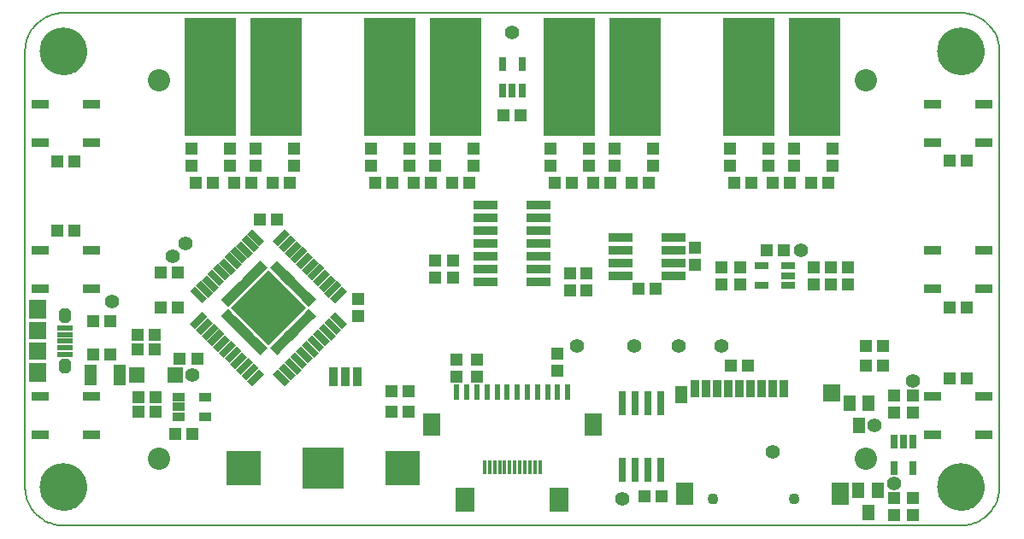
<source format=gts>
G75*
%MOIN*%
%OFA0B0*%
%FSLAX24Y24*%
%IPPOS*%
%LPD*%
%AMOC8*
5,1,8,0,0,1.08239X$1,22.5*
%
%ADD10C,0.0050*%
%ADD11C,0.0000*%
%ADD12C,0.1852*%
%ADD13R,0.0356X0.0749*%
%ADD14R,0.0474X0.0789*%
%ADD15R,0.0552X0.0297*%
%ADD16R,0.0480X0.0450*%
%ADD17R,0.0297X0.0552*%
%ADD18R,0.0450X0.0480*%
%ADD19R,0.0950X0.0320*%
%ADD20R,0.2049X0.4647*%
%ADD21R,0.0680X0.0380*%
%ADD22C,0.0867*%
%ADD23R,0.0631X0.0631*%
%ADD24R,0.0611X0.0237*%
%ADD25C,0.0341*%
%ADD26R,0.0690X0.0728*%
%ADD27R,0.0690X0.0671*%
%ADD28C,0.0556*%
%ADD29R,0.1640X0.1640*%
%ADD30R,0.1330X0.1330*%
%ADD31R,0.0316X0.0946*%
%ADD32R,0.0395X0.0198*%
%ADD33R,0.2080X0.2080*%
%ADD34R,0.0380X0.0680*%
%ADD35R,0.0480X0.0680*%
%ADD36R,0.0680X0.0880*%
%ADD37R,0.0680X0.0680*%
%ADD38C,0.0430*%
%ADD39R,0.0470X0.0352*%
%ADD40R,0.0474X0.0631*%
%ADD41R,0.0198X0.0592*%
%ADD42R,0.0709X0.0866*%
%ADD43R,0.0671X0.0277*%
%ADD44R,0.0277X0.0671*%
%ADD45R,0.0157X0.0551*%
%ADD46R,0.0748X0.0925*%
D10*
X017760Y016393D02*
X052760Y016393D01*
X052836Y016395D01*
X052912Y016401D01*
X052987Y016410D01*
X053062Y016424D01*
X053136Y016441D01*
X053209Y016462D01*
X053281Y016486D01*
X053352Y016515D01*
X053421Y016546D01*
X053488Y016581D01*
X053553Y016620D01*
X053617Y016662D01*
X053678Y016707D01*
X053737Y016755D01*
X053793Y016806D01*
X053847Y016860D01*
X053898Y016916D01*
X053946Y016975D01*
X053991Y017036D01*
X054033Y017100D01*
X054072Y017165D01*
X054107Y017232D01*
X054138Y017301D01*
X054167Y017372D01*
X054191Y017444D01*
X054212Y017517D01*
X054229Y017591D01*
X054243Y017666D01*
X054252Y017741D01*
X054258Y017817D01*
X054260Y017893D01*
X054260Y034893D01*
X054258Y034969D01*
X054252Y035045D01*
X054243Y035120D01*
X054229Y035195D01*
X054212Y035269D01*
X054191Y035342D01*
X054167Y035414D01*
X054138Y035485D01*
X054107Y035554D01*
X054072Y035621D01*
X054033Y035686D01*
X053991Y035750D01*
X053946Y035811D01*
X053898Y035870D01*
X053847Y035926D01*
X053793Y035980D01*
X053737Y036031D01*
X053678Y036079D01*
X053617Y036124D01*
X053553Y036166D01*
X053488Y036205D01*
X053421Y036240D01*
X053352Y036271D01*
X053281Y036300D01*
X053209Y036324D01*
X053136Y036345D01*
X053062Y036362D01*
X052987Y036376D01*
X052912Y036385D01*
X052836Y036391D01*
X052760Y036393D01*
X017760Y036393D01*
X017684Y036391D01*
X017608Y036385D01*
X017533Y036376D01*
X017458Y036362D01*
X017384Y036345D01*
X017311Y036324D01*
X017239Y036300D01*
X017168Y036271D01*
X017099Y036240D01*
X017032Y036205D01*
X016967Y036166D01*
X016903Y036124D01*
X016842Y036079D01*
X016783Y036031D01*
X016727Y035980D01*
X016673Y035926D01*
X016622Y035870D01*
X016574Y035811D01*
X016529Y035750D01*
X016487Y035686D01*
X016448Y035621D01*
X016413Y035554D01*
X016382Y035485D01*
X016353Y035414D01*
X016329Y035342D01*
X016308Y035269D01*
X016291Y035195D01*
X016277Y035120D01*
X016268Y035045D01*
X016262Y034969D01*
X016260Y034893D01*
X016260Y017893D01*
X016262Y017817D01*
X016268Y017741D01*
X016277Y017666D01*
X016291Y017591D01*
X016308Y017517D01*
X016329Y017444D01*
X016353Y017372D01*
X016382Y017301D01*
X016413Y017232D01*
X016448Y017165D01*
X016487Y017100D01*
X016529Y017036D01*
X016574Y016975D01*
X016622Y016916D01*
X016673Y016860D01*
X016727Y016806D01*
X016783Y016755D01*
X016842Y016707D01*
X016903Y016662D01*
X016967Y016620D01*
X017032Y016581D01*
X017099Y016546D01*
X017168Y016515D01*
X017239Y016486D01*
X017311Y016462D01*
X017384Y016441D01*
X017458Y016424D01*
X017533Y016410D01*
X017608Y016401D01*
X017684Y016395D01*
X017760Y016393D01*
D11*
X016874Y017893D02*
X016876Y017952D01*
X016882Y018011D01*
X016892Y018069D01*
X016905Y018127D01*
X016923Y018184D01*
X016944Y018239D01*
X016969Y018293D01*
X016998Y018345D01*
X017030Y018394D01*
X017065Y018442D01*
X017103Y018487D01*
X017144Y018530D01*
X017188Y018570D01*
X017234Y018606D01*
X017283Y018640D01*
X017334Y018670D01*
X017387Y018697D01*
X017442Y018720D01*
X017497Y018739D01*
X017555Y018755D01*
X017613Y018767D01*
X017671Y018775D01*
X017730Y018779D01*
X017790Y018779D01*
X017849Y018775D01*
X017907Y018767D01*
X017965Y018755D01*
X018023Y018739D01*
X018078Y018720D01*
X018133Y018697D01*
X018186Y018670D01*
X018237Y018640D01*
X018286Y018606D01*
X018332Y018570D01*
X018376Y018530D01*
X018417Y018487D01*
X018455Y018442D01*
X018490Y018394D01*
X018522Y018345D01*
X018551Y018293D01*
X018576Y018239D01*
X018597Y018184D01*
X018615Y018127D01*
X018628Y018069D01*
X018638Y018011D01*
X018644Y017952D01*
X018646Y017893D01*
X018644Y017834D01*
X018638Y017775D01*
X018628Y017717D01*
X018615Y017659D01*
X018597Y017602D01*
X018576Y017547D01*
X018551Y017493D01*
X018522Y017441D01*
X018490Y017392D01*
X018455Y017344D01*
X018417Y017299D01*
X018376Y017256D01*
X018332Y017216D01*
X018286Y017180D01*
X018237Y017146D01*
X018186Y017116D01*
X018133Y017089D01*
X018078Y017066D01*
X018023Y017047D01*
X017965Y017031D01*
X017907Y017019D01*
X017849Y017011D01*
X017790Y017007D01*
X017730Y017007D01*
X017671Y017011D01*
X017613Y017019D01*
X017555Y017031D01*
X017497Y017047D01*
X017442Y017066D01*
X017387Y017089D01*
X017334Y017116D01*
X017283Y017146D01*
X017234Y017180D01*
X017188Y017216D01*
X017144Y017256D01*
X017103Y017299D01*
X017065Y017344D01*
X017030Y017392D01*
X016998Y017441D01*
X016969Y017493D01*
X016944Y017547D01*
X016923Y017602D01*
X016905Y017659D01*
X016892Y017717D01*
X016882Y017775D01*
X016876Y017834D01*
X016874Y017893D01*
X021086Y019011D02*
X021088Y019050D01*
X021094Y019089D01*
X021104Y019127D01*
X021117Y019164D01*
X021134Y019199D01*
X021154Y019233D01*
X021178Y019264D01*
X021205Y019293D01*
X021234Y019319D01*
X021266Y019342D01*
X021300Y019362D01*
X021336Y019378D01*
X021373Y019390D01*
X021412Y019399D01*
X021451Y019404D01*
X021490Y019405D01*
X021529Y019402D01*
X021568Y019395D01*
X021605Y019384D01*
X021642Y019370D01*
X021677Y019352D01*
X021710Y019331D01*
X021741Y019306D01*
X021769Y019279D01*
X021794Y019249D01*
X021816Y019216D01*
X021835Y019182D01*
X021850Y019146D01*
X021862Y019108D01*
X021870Y019070D01*
X021874Y019031D01*
X021874Y018991D01*
X021870Y018952D01*
X021862Y018914D01*
X021850Y018876D01*
X021835Y018840D01*
X021816Y018806D01*
X021794Y018773D01*
X021769Y018743D01*
X021741Y018716D01*
X021710Y018691D01*
X021677Y018670D01*
X021642Y018652D01*
X021605Y018638D01*
X021568Y018627D01*
X021529Y018620D01*
X021490Y018617D01*
X021451Y018618D01*
X021412Y018623D01*
X021373Y018632D01*
X021336Y018644D01*
X021300Y018660D01*
X021266Y018680D01*
X021234Y018703D01*
X021205Y018729D01*
X021178Y018758D01*
X021154Y018789D01*
X021134Y018823D01*
X021117Y018858D01*
X021104Y018895D01*
X021094Y018933D01*
X021088Y018972D01*
X021086Y019011D01*
X021086Y033775D02*
X021088Y033814D01*
X021094Y033853D01*
X021104Y033891D01*
X021117Y033928D01*
X021134Y033963D01*
X021154Y033997D01*
X021178Y034028D01*
X021205Y034057D01*
X021234Y034083D01*
X021266Y034106D01*
X021300Y034126D01*
X021336Y034142D01*
X021373Y034154D01*
X021412Y034163D01*
X021451Y034168D01*
X021490Y034169D01*
X021529Y034166D01*
X021568Y034159D01*
X021605Y034148D01*
X021642Y034134D01*
X021677Y034116D01*
X021710Y034095D01*
X021741Y034070D01*
X021769Y034043D01*
X021794Y034013D01*
X021816Y033980D01*
X021835Y033946D01*
X021850Y033910D01*
X021862Y033872D01*
X021870Y033834D01*
X021874Y033795D01*
X021874Y033755D01*
X021870Y033716D01*
X021862Y033678D01*
X021850Y033640D01*
X021835Y033604D01*
X021816Y033570D01*
X021794Y033537D01*
X021769Y033507D01*
X021741Y033480D01*
X021710Y033455D01*
X021677Y033434D01*
X021642Y033416D01*
X021605Y033402D01*
X021568Y033391D01*
X021529Y033384D01*
X021490Y033381D01*
X021451Y033382D01*
X021412Y033387D01*
X021373Y033396D01*
X021336Y033408D01*
X021300Y033424D01*
X021266Y033444D01*
X021234Y033467D01*
X021205Y033493D01*
X021178Y033522D01*
X021154Y033553D01*
X021134Y033587D01*
X021117Y033622D01*
X021104Y033659D01*
X021094Y033697D01*
X021088Y033736D01*
X021086Y033775D01*
X016874Y034893D02*
X016876Y034952D01*
X016882Y035011D01*
X016892Y035069D01*
X016905Y035127D01*
X016923Y035184D01*
X016944Y035239D01*
X016969Y035293D01*
X016998Y035345D01*
X017030Y035394D01*
X017065Y035442D01*
X017103Y035487D01*
X017144Y035530D01*
X017188Y035570D01*
X017234Y035606D01*
X017283Y035640D01*
X017334Y035670D01*
X017387Y035697D01*
X017442Y035720D01*
X017497Y035739D01*
X017555Y035755D01*
X017613Y035767D01*
X017671Y035775D01*
X017730Y035779D01*
X017790Y035779D01*
X017849Y035775D01*
X017907Y035767D01*
X017965Y035755D01*
X018023Y035739D01*
X018078Y035720D01*
X018133Y035697D01*
X018186Y035670D01*
X018237Y035640D01*
X018286Y035606D01*
X018332Y035570D01*
X018376Y035530D01*
X018417Y035487D01*
X018455Y035442D01*
X018490Y035394D01*
X018522Y035345D01*
X018551Y035293D01*
X018576Y035239D01*
X018597Y035184D01*
X018615Y035127D01*
X018628Y035069D01*
X018638Y035011D01*
X018644Y034952D01*
X018646Y034893D01*
X018644Y034834D01*
X018638Y034775D01*
X018628Y034717D01*
X018615Y034659D01*
X018597Y034602D01*
X018576Y034547D01*
X018551Y034493D01*
X018522Y034441D01*
X018490Y034392D01*
X018455Y034344D01*
X018417Y034299D01*
X018376Y034256D01*
X018332Y034216D01*
X018286Y034180D01*
X018237Y034146D01*
X018186Y034116D01*
X018133Y034089D01*
X018078Y034066D01*
X018023Y034047D01*
X017965Y034031D01*
X017907Y034019D01*
X017849Y034011D01*
X017790Y034007D01*
X017730Y034007D01*
X017671Y034011D01*
X017613Y034019D01*
X017555Y034031D01*
X017497Y034047D01*
X017442Y034066D01*
X017387Y034089D01*
X017334Y034116D01*
X017283Y034146D01*
X017234Y034180D01*
X017188Y034216D01*
X017144Y034256D01*
X017103Y034299D01*
X017065Y034344D01*
X017030Y034392D01*
X016998Y034441D01*
X016969Y034493D01*
X016944Y034547D01*
X016923Y034602D01*
X016905Y034659D01*
X016892Y034717D01*
X016882Y034775D01*
X016876Y034834D01*
X016874Y034893D01*
X042911Y017435D02*
X042913Y017461D01*
X042919Y017487D01*
X042928Y017511D01*
X042941Y017534D01*
X042958Y017554D01*
X042977Y017572D01*
X042999Y017587D01*
X043022Y017598D01*
X043047Y017606D01*
X043073Y017610D01*
X043099Y017610D01*
X043125Y017606D01*
X043150Y017598D01*
X043174Y017587D01*
X043195Y017572D01*
X043214Y017554D01*
X043231Y017534D01*
X043244Y017511D01*
X043253Y017487D01*
X043259Y017461D01*
X043261Y017435D01*
X043259Y017409D01*
X043253Y017383D01*
X043244Y017359D01*
X043231Y017336D01*
X043214Y017316D01*
X043195Y017298D01*
X043173Y017283D01*
X043150Y017272D01*
X043125Y017264D01*
X043099Y017260D01*
X043073Y017260D01*
X043047Y017264D01*
X043022Y017272D01*
X042998Y017283D01*
X042977Y017298D01*
X042958Y017316D01*
X042941Y017336D01*
X042928Y017359D01*
X042919Y017383D01*
X042913Y017409D01*
X042911Y017435D01*
X046060Y017435D02*
X046062Y017461D01*
X046068Y017487D01*
X046077Y017511D01*
X046090Y017534D01*
X046107Y017554D01*
X046126Y017572D01*
X046148Y017587D01*
X046171Y017598D01*
X046196Y017606D01*
X046222Y017610D01*
X046248Y017610D01*
X046274Y017606D01*
X046299Y017598D01*
X046323Y017587D01*
X046344Y017572D01*
X046363Y017554D01*
X046380Y017534D01*
X046393Y017511D01*
X046402Y017487D01*
X046408Y017461D01*
X046410Y017435D01*
X046408Y017409D01*
X046402Y017383D01*
X046393Y017359D01*
X046380Y017336D01*
X046363Y017316D01*
X046344Y017298D01*
X046322Y017283D01*
X046299Y017272D01*
X046274Y017264D01*
X046248Y017260D01*
X046222Y017260D01*
X046196Y017264D01*
X046171Y017272D01*
X046147Y017283D01*
X046126Y017298D01*
X046107Y017316D01*
X046090Y017336D01*
X046077Y017359D01*
X046068Y017383D01*
X046062Y017409D01*
X046060Y017435D01*
X048645Y019011D02*
X048647Y019050D01*
X048653Y019089D01*
X048663Y019127D01*
X048676Y019164D01*
X048693Y019199D01*
X048713Y019233D01*
X048737Y019264D01*
X048764Y019293D01*
X048793Y019319D01*
X048825Y019342D01*
X048859Y019362D01*
X048895Y019378D01*
X048932Y019390D01*
X048971Y019399D01*
X049010Y019404D01*
X049049Y019405D01*
X049088Y019402D01*
X049127Y019395D01*
X049164Y019384D01*
X049201Y019370D01*
X049236Y019352D01*
X049269Y019331D01*
X049300Y019306D01*
X049328Y019279D01*
X049353Y019249D01*
X049375Y019216D01*
X049394Y019182D01*
X049409Y019146D01*
X049421Y019108D01*
X049429Y019070D01*
X049433Y019031D01*
X049433Y018991D01*
X049429Y018952D01*
X049421Y018914D01*
X049409Y018876D01*
X049394Y018840D01*
X049375Y018806D01*
X049353Y018773D01*
X049328Y018743D01*
X049300Y018716D01*
X049269Y018691D01*
X049236Y018670D01*
X049201Y018652D01*
X049164Y018638D01*
X049127Y018627D01*
X049088Y018620D01*
X049049Y018617D01*
X049010Y018618D01*
X048971Y018623D01*
X048932Y018632D01*
X048895Y018644D01*
X048859Y018660D01*
X048825Y018680D01*
X048793Y018703D01*
X048764Y018729D01*
X048737Y018758D01*
X048713Y018789D01*
X048693Y018823D01*
X048676Y018858D01*
X048663Y018895D01*
X048653Y018933D01*
X048647Y018972D01*
X048645Y019011D01*
X051874Y017893D02*
X051876Y017952D01*
X051882Y018011D01*
X051892Y018069D01*
X051905Y018127D01*
X051923Y018184D01*
X051944Y018239D01*
X051969Y018293D01*
X051998Y018345D01*
X052030Y018394D01*
X052065Y018442D01*
X052103Y018487D01*
X052144Y018530D01*
X052188Y018570D01*
X052234Y018606D01*
X052283Y018640D01*
X052334Y018670D01*
X052387Y018697D01*
X052442Y018720D01*
X052497Y018739D01*
X052555Y018755D01*
X052613Y018767D01*
X052671Y018775D01*
X052730Y018779D01*
X052790Y018779D01*
X052849Y018775D01*
X052907Y018767D01*
X052965Y018755D01*
X053023Y018739D01*
X053078Y018720D01*
X053133Y018697D01*
X053186Y018670D01*
X053237Y018640D01*
X053286Y018606D01*
X053332Y018570D01*
X053376Y018530D01*
X053417Y018487D01*
X053455Y018442D01*
X053490Y018394D01*
X053522Y018345D01*
X053551Y018293D01*
X053576Y018239D01*
X053597Y018184D01*
X053615Y018127D01*
X053628Y018069D01*
X053638Y018011D01*
X053644Y017952D01*
X053646Y017893D01*
X053644Y017834D01*
X053638Y017775D01*
X053628Y017717D01*
X053615Y017659D01*
X053597Y017602D01*
X053576Y017547D01*
X053551Y017493D01*
X053522Y017441D01*
X053490Y017392D01*
X053455Y017344D01*
X053417Y017299D01*
X053376Y017256D01*
X053332Y017216D01*
X053286Y017180D01*
X053237Y017146D01*
X053186Y017116D01*
X053133Y017089D01*
X053078Y017066D01*
X053023Y017047D01*
X052965Y017031D01*
X052907Y017019D01*
X052849Y017011D01*
X052790Y017007D01*
X052730Y017007D01*
X052671Y017011D01*
X052613Y017019D01*
X052555Y017031D01*
X052497Y017047D01*
X052442Y017066D01*
X052387Y017089D01*
X052334Y017116D01*
X052283Y017146D01*
X052234Y017180D01*
X052188Y017216D01*
X052144Y017256D01*
X052103Y017299D01*
X052065Y017344D01*
X052030Y017392D01*
X051998Y017441D01*
X051969Y017493D01*
X051944Y017547D01*
X051923Y017602D01*
X051905Y017659D01*
X051892Y017717D01*
X051882Y017775D01*
X051876Y017834D01*
X051874Y017893D01*
X048645Y033775D02*
X048647Y033814D01*
X048653Y033853D01*
X048663Y033891D01*
X048676Y033928D01*
X048693Y033963D01*
X048713Y033997D01*
X048737Y034028D01*
X048764Y034057D01*
X048793Y034083D01*
X048825Y034106D01*
X048859Y034126D01*
X048895Y034142D01*
X048932Y034154D01*
X048971Y034163D01*
X049010Y034168D01*
X049049Y034169D01*
X049088Y034166D01*
X049127Y034159D01*
X049164Y034148D01*
X049201Y034134D01*
X049236Y034116D01*
X049269Y034095D01*
X049300Y034070D01*
X049328Y034043D01*
X049353Y034013D01*
X049375Y033980D01*
X049394Y033946D01*
X049409Y033910D01*
X049421Y033872D01*
X049429Y033834D01*
X049433Y033795D01*
X049433Y033755D01*
X049429Y033716D01*
X049421Y033678D01*
X049409Y033640D01*
X049394Y033604D01*
X049375Y033570D01*
X049353Y033537D01*
X049328Y033507D01*
X049300Y033480D01*
X049269Y033455D01*
X049236Y033434D01*
X049201Y033416D01*
X049164Y033402D01*
X049127Y033391D01*
X049088Y033384D01*
X049049Y033381D01*
X049010Y033382D01*
X048971Y033387D01*
X048932Y033396D01*
X048895Y033408D01*
X048859Y033424D01*
X048825Y033444D01*
X048793Y033467D01*
X048764Y033493D01*
X048737Y033522D01*
X048713Y033553D01*
X048693Y033587D01*
X048676Y033622D01*
X048663Y033659D01*
X048653Y033697D01*
X048647Y033736D01*
X048645Y033775D01*
X051874Y034893D02*
X051876Y034952D01*
X051882Y035011D01*
X051892Y035069D01*
X051905Y035127D01*
X051923Y035184D01*
X051944Y035239D01*
X051969Y035293D01*
X051998Y035345D01*
X052030Y035394D01*
X052065Y035442D01*
X052103Y035487D01*
X052144Y035530D01*
X052188Y035570D01*
X052234Y035606D01*
X052283Y035640D01*
X052334Y035670D01*
X052387Y035697D01*
X052442Y035720D01*
X052497Y035739D01*
X052555Y035755D01*
X052613Y035767D01*
X052671Y035775D01*
X052730Y035779D01*
X052790Y035779D01*
X052849Y035775D01*
X052907Y035767D01*
X052965Y035755D01*
X053023Y035739D01*
X053078Y035720D01*
X053133Y035697D01*
X053186Y035670D01*
X053237Y035640D01*
X053286Y035606D01*
X053332Y035570D01*
X053376Y035530D01*
X053417Y035487D01*
X053455Y035442D01*
X053490Y035394D01*
X053522Y035345D01*
X053551Y035293D01*
X053576Y035239D01*
X053597Y035184D01*
X053615Y035127D01*
X053628Y035069D01*
X053638Y035011D01*
X053644Y034952D01*
X053646Y034893D01*
X053644Y034834D01*
X053638Y034775D01*
X053628Y034717D01*
X053615Y034659D01*
X053597Y034602D01*
X053576Y034547D01*
X053551Y034493D01*
X053522Y034441D01*
X053490Y034392D01*
X053455Y034344D01*
X053417Y034299D01*
X053376Y034256D01*
X053332Y034216D01*
X053286Y034180D01*
X053237Y034146D01*
X053186Y034116D01*
X053133Y034089D01*
X053078Y034066D01*
X053023Y034047D01*
X052965Y034031D01*
X052907Y034019D01*
X052849Y034011D01*
X052790Y034007D01*
X052730Y034007D01*
X052671Y034011D01*
X052613Y034019D01*
X052555Y034031D01*
X052497Y034047D01*
X052442Y034066D01*
X052387Y034089D01*
X052334Y034116D01*
X052283Y034146D01*
X052234Y034180D01*
X052188Y034216D01*
X052144Y034256D01*
X052103Y034299D01*
X052065Y034344D01*
X052030Y034392D01*
X051998Y034441D01*
X051969Y034493D01*
X051944Y034547D01*
X051923Y034602D01*
X051905Y034659D01*
X051892Y034717D01*
X051882Y034775D01*
X051876Y034834D01*
X051874Y034893D01*
D12*
X052760Y034893D03*
X052760Y017893D03*
X017760Y017893D03*
X017760Y034893D03*
D13*
X028287Y022206D03*
X028760Y022206D03*
X029232Y022206D03*
D14*
X019936Y022268D03*
X018833Y022268D03*
D15*
X044998Y025769D03*
X044998Y026517D03*
X046021Y026517D03*
X046021Y026143D03*
X046021Y025769D03*
D16*
X047010Y025809D03*
X047010Y026478D03*
X047697Y026478D03*
X048353Y026478D03*
X048353Y025809D03*
X047697Y025809D03*
X044166Y025809D03*
X044166Y026478D03*
X043416Y026478D03*
X043416Y025809D03*
X042385Y026559D03*
X042385Y027228D03*
X043760Y030434D03*
X043760Y031103D03*
X045260Y031103D03*
X045260Y030434D03*
X046260Y030434D03*
X046260Y031103D03*
X047760Y031103D03*
X047760Y030434D03*
X040760Y030434D03*
X040760Y031103D03*
X039260Y031103D03*
X038260Y031103D03*
X038260Y030434D03*
X039260Y030434D03*
X036760Y030434D03*
X036760Y031103D03*
X033760Y031103D03*
X033760Y030434D03*
X032260Y030434D03*
X032260Y031103D03*
X031260Y031103D03*
X031260Y030434D03*
X029760Y030434D03*
X029760Y031103D03*
X026760Y031103D03*
X026760Y030434D03*
X025260Y030434D03*
X024260Y030434D03*
X024260Y031103D03*
X025260Y031103D03*
X022760Y031103D03*
X022760Y030434D03*
X029260Y025228D03*
X029260Y024559D03*
X032260Y026059D03*
X032960Y026059D03*
X032960Y026728D03*
X032260Y026728D03*
X037510Y026228D03*
X038135Y026228D03*
X038135Y025559D03*
X037510Y025559D03*
X037031Y023103D03*
X037031Y022434D03*
X033882Y022184D03*
X033094Y022184D03*
X033094Y022853D03*
X033882Y022853D03*
X050135Y021478D03*
X050884Y021478D03*
X050884Y020809D03*
X050135Y020809D03*
X050135Y017478D03*
X050885Y017478D03*
X050885Y016809D03*
X050135Y016809D03*
D17*
X050135Y018631D03*
X050884Y018631D03*
X050884Y019655D03*
X050510Y019655D03*
X050135Y019655D03*
X035634Y033381D03*
X035260Y033381D03*
X034885Y033381D03*
X034885Y034405D03*
X035634Y034405D03*
D18*
X035594Y032393D03*
X034925Y032393D03*
X033594Y029768D03*
X032925Y029768D03*
X032094Y029768D03*
X031425Y029768D03*
X030594Y029768D03*
X029925Y029768D03*
X026594Y029768D03*
X025925Y029768D03*
X025094Y029768D03*
X024425Y029768D03*
X023594Y029768D03*
X022925Y029768D03*
X025425Y028331D03*
X026094Y028331D03*
X022219Y026268D03*
X021550Y026268D03*
X021550Y024893D03*
X022219Y024893D03*
X021313Y023849D03*
X021313Y023275D03*
X020644Y023275D03*
X020644Y023849D03*
X019594Y024361D03*
X018925Y024361D03*
X018925Y023081D03*
X019594Y023081D03*
X020675Y021393D03*
X021344Y021393D03*
X021344Y020831D03*
X020675Y020831D03*
X022112Y019956D03*
X022782Y019956D03*
X022969Y022893D03*
X022300Y022893D03*
X018194Y027893D03*
X017525Y027893D03*
X017525Y030593D03*
X018194Y030593D03*
X030537Y021643D03*
X031207Y021643D03*
X031207Y020831D03*
X030537Y020831D03*
X040425Y017543D03*
X041094Y017543D03*
X043775Y022643D03*
X044444Y022643D03*
X049050Y022643D03*
X049719Y022643D03*
X049719Y023393D03*
X049050Y023393D03*
X052325Y022143D03*
X052994Y022143D03*
X052994Y024893D03*
X052325Y024893D03*
X045844Y027143D03*
X045175Y027143D03*
X045425Y029768D03*
X046094Y029768D03*
X046925Y029768D03*
X047594Y029768D03*
X044594Y029768D03*
X043925Y029768D03*
X040594Y029768D03*
X039925Y029768D03*
X039094Y029768D03*
X038425Y029768D03*
X037594Y029768D03*
X036925Y029768D03*
X040175Y025643D03*
X040844Y025643D03*
X052325Y030643D03*
X052994Y030643D03*
D19*
X041540Y027643D03*
X041540Y027143D03*
X041540Y026643D03*
X041540Y026143D03*
X039480Y026143D03*
X039480Y026643D03*
X039480Y027143D03*
X039480Y027643D03*
X036290Y027393D03*
X036290Y026893D03*
X036290Y026393D03*
X036290Y025893D03*
X034230Y025893D03*
X034230Y026393D03*
X034230Y026893D03*
X034230Y027393D03*
X034230Y027893D03*
X034230Y028393D03*
X034230Y028893D03*
X036290Y028893D03*
X036290Y028393D03*
X036290Y027893D03*
D20*
X037480Y033893D03*
X040039Y033893D03*
X044480Y033893D03*
X047039Y033893D03*
X033039Y033893D03*
X030480Y033893D03*
X026039Y033893D03*
X023480Y033893D03*
D21*
X018860Y032843D03*
X016860Y032843D03*
X016860Y031343D03*
X018860Y031343D03*
X018860Y027143D03*
X016860Y027143D03*
X016860Y025643D03*
X018860Y025643D03*
X018860Y021443D03*
X016860Y021443D03*
X016860Y019943D03*
X018860Y019943D03*
X051660Y019943D03*
X051660Y021443D03*
X053660Y021443D03*
X053660Y019943D03*
X053660Y025643D03*
X053660Y027143D03*
X051660Y027143D03*
X051660Y025643D03*
X051660Y031343D03*
X051660Y032843D03*
X053660Y032843D03*
X053660Y031343D03*
D22*
X049039Y033775D03*
X049039Y019011D03*
X021480Y019011D03*
X021480Y033775D03*
D23*
X022101Y022268D03*
X020605Y022268D03*
D24*
X017823Y023081D03*
X017823Y023337D03*
X017823Y023593D03*
X017823Y023849D03*
X017823Y024105D03*
D25*
X017766Y024462D02*
X017766Y024694D01*
X017880Y024694D01*
X017880Y024462D01*
X017766Y024462D01*
X017766Y022725D02*
X017766Y022493D01*
X017766Y022725D02*
X017880Y022725D01*
X017880Y022493D01*
X017766Y022493D01*
D26*
X016760Y022364D03*
X016760Y024823D03*
D27*
X016760Y023987D03*
X016760Y023200D03*
D28*
X019646Y025143D03*
X022032Y026893D03*
X022510Y027393D03*
X022782Y022268D03*
X037785Y023393D03*
X040010Y023393D03*
X041760Y023393D03*
X043416Y023393D03*
X045409Y019268D03*
X049385Y020309D03*
X050884Y022043D03*
X050135Y018018D03*
X039535Y017418D03*
X046510Y027143D03*
X035260Y035643D03*
D29*
X027885Y018643D03*
D30*
X030985Y018643D03*
X024785Y018643D03*
D31*
X039535Y018557D03*
X040035Y018557D03*
X040535Y018557D03*
X041035Y018557D03*
X041035Y021179D03*
X040535Y021179D03*
X040035Y021179D03*
X039535Y021179D03*
D32*
G36*
X027333Y024852D02*
X027611Y024574D01*
X027471Y024434D01*
X027193Y024712D01*
X027333Y024852D01*
G37*
G36*
X027611Y025213D02*
X027333Y024935D01*
X027193Y025075D01*
X027471Y025353D01*
X027611Y025213D01*
G37*
G36*
X027472Y025352D02*
X027194Y025074D01*
X027054Y025214D01*
X027332Y025492D01*
X027472Y025352D01*
G37*
G36*
X027333Y025491D02*
X027055Y025213D01*
X026915Y025353D01*
X027193Y025631D01*
X027333Y025491D01*
G37*
G36*
X027193Y025630D02*
X026915Y025352D01*
X026775Y025492D01*
X027053Y025770D01*
X027193Y025630D01*
G37*
G36*
X027054Y025770D02*
X026776Y025492D01*
X026636Y025632D01*
X026914Y025910D01*
X027054Y025770D01*
G37*
G36*
X026915Y025909D02*
X026637Y025631D01*
X026497Y025771D01*
X026775Y026049D01*
X026915Y025909D01*
G37*
G36*
X026358Y025910D02*
X026636Y026188D01*
X026776Y026048D01*
X026498Y025770D01*
X026358Y025910D01*
G37*
G36*
X026219Y026049D02*
X026497Y026327D01*
X026637Y026187D01*
X026359Y025909D01*
X026219Y026049D01*
G37*
G36*
X026079Y026188D02*
X026357Y026466D01*
X026497Y026326D01*
X026219Y026048D01*
X026079Y026188D01*
G37*
G36*
X025940Y026328D02*
X026218Y026606D01*
X026358Y026466D01*
X026080Y026188D01*
X025940Y026328D01*
G37*
G36*
X025801Y026467D02*
X026079Y026745D01*
X026219Y026605D01*
X025941Y026327D01*
X025801Y026467D01*
G37*
G36*
X025440Y026745D02*
X025718Y026467D01*
X025578Y026327D01*
X025300Y026605D01*
X025440Y026745D01*
G37*
G36*
X025301Y026606D02*
X025579Y026328D01*
X025439Y026188D01*
X025161Y026466D01*
X025301Y026606D01*
G37*
G36*
X025162Y026466D02*
X025440Y026188D01*
X025300Y026048D01*
X025022Y026326D01*
X025162Y026466D01*
G37*
G36*
X025022Y026327D02*
X025300Y026049D01*
X025160Y025909D01*
X024882Y026187D01*
X025022Y026327D01*
G37*
G36*
X024883Y026188D02*
X025161Y025910D01*
X025021Y025770D01*
X024743Y026048D01*
X024883Y026188D01*
G37*
G36*
X024744Y026049D02*
X025022Y025771D01*
X024882Y025631D01*
X024604Y025909D01*
X024744Y026049D01*
G37*
G36*
X024743Y025492D02*
X024465Y025770D01*
X024605Y025910D01*
X024883Y025632D01*
X024743Y025492D01*
G37*
G36*
X024604Y025352D02*
X024326Y025630D01*
X024466Y025770D01*
X024744Y025492D01*
X024604Y025352D01*
G37*
G36*
X024464Y025213D02*
X024186Y025491D01*
X024326Y025631D01*
X024604Y025353D01*
X024464Y025213D01*
G37*
G36*
X024325Y025074D02*
X024047Y025352D01*
X024187Y025492D01*
X024465Y025214D01*
X024325Y025074D01*
G37*
G36*
X024186Y024935D02*
X023908Y025213D01*
X024048Y025353D01*
X024326Y025075D01*
X024186Y024935D01*
G37*
G36*
X023908Y024574D02*
X024186Y024852D01*
X024326Y024712D01*
X024048Y024434D01*
X023908Y024574D01*
G37*
G36*
X024047Y024435D02*
X024325Y024713D01*
X024465Y024573D01*
X024187Y024295D01*
X024047Y024435D01*
G37*
G36*
X024186Y024295D02*
X024464Y024573D01*
X024604Y024433D01*
X024326Y024155D01*
X024186Y024295D01*
G37*
G36*
X024326Y024156D02*
X024604Y024434D01*
X024744Y024294D01*
X024466Y024016D01*
X024326Y024156D01*
G37*
G36*
X024465Y024017D02*
X024743Y024295D01*
X024883Y024155D01*
X024605Y023877D01*
X024465Y024017D01*
G37*
G36*
X024604Y023878D02*
X024882Y024156D01*
X025022Y024016D01*
X024744Y023738D01*
X024604Y023878D01*
G37*
G36*
X025161Y023877D02*
X024883Y023599D01*
X024743Y023739D01*
X025021Y024017D01*
X025161Y023877D01*
G37*
G36*
X025300Y023737D02*
X025022Y023459D01*
X024882Y023599D01*
X025160Y023877D01*
X025300Y023737D01*
G37*
G36*
X025440Y023598D02*
X025162Y023320D01*
X025022Y023460D01*
X025300Y023738D01*
X025440Y023598D01*
G37*
G36*
X025579Y023459D02*
X025301Y023181D01*
X025161Y023321D01*
X025439Y023599D01*
X025579Y023459D01*
G37*
G36*
X025718Y023320D02*
X025440Y023042D01*
X025300Y023182D01*
X025578Y023460D01*
X025718Y023320D01*
G37*
G36*
X026079Y023042D02*
X025801Y023320D01*
X025941Y023460D01*
X026219Y023182D01*
X026079Y023042D01*
G37*
G36*
X026218Y023181D02*
X025940Y023459D01*
X026080Y023599D01*
X026358Y023321D01*
X026218Y023181D01*
G37*
G36*
X026357Y023320D02*
X026079Y023598D01*
X026219Y023738D01*
X026497Y023460D01*
X026357Y023320D01*
G37*
G36*
X026497Y023459D02*
X026219Y023737D01*
X026359Y023877D01*
X026637Y023599D01*
X026497Y023459D01*
G37*
G36*
X026636Y023599D02*
X026358Y023877D01*
X026498Y024017D01*
X026776Y023739D01*
X026636Y023599D01*
G37*
G36*
X026775Y023738D02*
X026497Y024016D01*
X026637Y024156D01*
X026915Y023878D01*
X026775Y023738D01*
G37*
G36*
X026776Y024295D02*
X027054Y024017D01*
X026914Y023877D01*
X026636Y024155D01*
X026776Y024295D01*
G37*
G36*
X026915Y024434D02*
X027193Y024156D01*
X027053Y024016D01*
X026775Y024294D01*
X026915Y024434D01*
G37*
G36*
X027055Y024573D02*
X027333Y024295D01*
X027193Y024155D01*
X026915Y024433D01*
X027055Y024573D01*
G37*
G36*
X027194Y024713D02*
X027472Y024435D01*
X027332Y024295D01*
X027054Y024573D01*
X027194Y024713D01*
G37*
D33*
G36*
X027230Y024893D02*
X025760Y023423D01*
X024290Y024893D01*
X025760Y026363D01*
X027230Y024893D01*
G37*
D34*
X042377Y021726D03*
X042810Y021726D03*
X043243Y021726D03*
X043676Y021726D03*
X044110Y021726D03*
X044543Y021726D03*
X044976Y021726D03*
X045409Y021726D03*
X045842Y021726D03*
D35*
X041847Y021490D03*
D36*
X041984Y017643D03*
X048047Y017643D03*
D37*
X047724Y021572D03*
D38*
X046235Y017435D03*
X043086Y017435D03*
D39*
X023271Y020644D03*
X022252Y020644D03*
X022252Y021018D03*
X022252Y021392D03*
X023271Y021392D03*
D40*
X048416Y021175D03*
X049164Y021175D03*
X048790Y020309D03*
X048760Y017759D03*
X049509Y017759D03*
X049135Y016893D03*
D41*
X037425Y021610D03*
X037031Y021610D03*
X036637Y021610D03*
X036244Y021610D03*
X035850Y021610D03*
X035456Y021610D03*
X035063Y021610D03*
X034669Y021610D03*
X034275Y021610D03*
X033882Y021610D03*
X033488Y021610D03*
X033094Y021610D03*
D42*
X032110Y020330D03*
X038409Y020330D03*
D43*
G36*
X028822Y025533D02*
X028349Y025060D01*
X028154Y025255D01*
X028627Y025728D01*
X028822Y025533D01*
G37*
G36*
X028599Y025756D02*
X028126Y025283D01*
X027931Y025478D01*
X028404Y025951D01*
X028599Y025756D01*
G37*
G36*
X028376Y025979D02*
X027903Y025506D01*
X027708Y025701D01*
X028181Y026174D01*
X028376Y025979D01*
G37*
G36*
X028154Y026202D02*
X027681Y025729D01*
X027486Y025924D01*
X027959Y026397D01*
X028154Y026202D01*
G37*
G36*
X027931Y026424D02*
X027458Y025951D01*
X027263Y026146D01*
X027736Y026619D01*
X027931Y026424D01*
G37*
G36*
X027708Y026647D02*
X027235Y026174D01*
X027040Y026369D01*
X027513Y026842D01*
X027708Y026647D01*
G37*
G36*
X027485Y026870D02*
X027012Y026397D01*
X026817Y026592D01*
X027290Y027065D01*
X027485Y026870D01*
G37*
G36*
X027263Y027092D02*
X026790Y026619D01*
X026595Y026814D01*
X027068Y027287D01*
X027263Y027092D01*
G37*
G36*
X027040Y027315D02*
X026567Y026842D01*
X026372Y027037D01*
X026845Y027510D01*
X027040Y027315D01*
G37*
G36*
X026817Y027538D02*
X026344Y027065D01*
X026149Y027260D01*
X026622Y027733D01*
X026817Y027538D01*
G37*
G36*
X026595Y027761D02*
X026122Y027288D01*
X025927Y027483D01*
X026400Y027956D01*
X026595Y027761D01*
G37*
G36*
X023365Y024531D02*
X022892Y024058D01*
X022697Y024253D01*
X023170Y024726D01*
X023365Y024531D01*
G37*
G36*
X023588Y024308D02*
X023115Y023835D01*
X022920Y024030D01*
X023393Y024503D01*
X023588Y024308D01*
G37*
G36*
X023811Y024086D02*
X023338Y023613D01*
X023143Y023808D01*
X023616Y024281D01*
X023811Y024086D01*
G37*
G36*
X024033Y023863D02*
X023560Y023390D01*
X023365Y023585D01*
X023838Y024058D01*
X024033Y023863D01*
G37*
G36*
X024256Y023640D02*
X023783Y023167D01*
X023588Y023362D01*
X024061Y023835D01*
X024256Y023640D01*
G37*
G36*
X024479Y023418D02*
X024006Y022945D01*
X023811Y023140D01*
X024284Y023613D01*
X024479Y023418D01*
G37*
G36*
X024702Y023195D02*
X024229Y022722D01*
X024034Y022917D01*
X024507Y023390D01*
X024702Y023195D01*
G37*
G36*
X024924Y022972D02*
X024451Y022499D01*
X024256Y022694D01*
X024729Y023167D01*
X024924Y022972D01*
G37*
G36*
X025147Y022750D02*
X024674Y022277D01*
X024479Y022472D01*
X024952Y022945D01*
X025147Y022750D01*
G37*
G36*
X025370Y022527D02*
X024897Y022054D01*
X024702Y022249D01*
X025175Y022722D01*
X025370Y022527D01*
G37*
G36*
X025592Y022304D02*
X025119Y021831D01*
X024924Y022026D01*
X025397Y022499D01*
X025592Y022304D01*
G37*
D44*
G36*
X026595Y022026D02*
X026400Y021831D01*
X025927Y022304D01*
X026122Y022499D01*
X026595Y022026D01*
G37*
G36*
X026817Y022249D02*
X026622Y022054D01*
X026149Y022527D01*
X026344Y022722D01*
X026817Y022249D01*
G37*
G36*
X027040Y022472D02*
X026845Y022277D01*
X026372Y022750D01*
X026567Y022945D01*
X027040Y022472D01*
G37*
G36*
X027263Y022694D02*
X027068Y022499D01*
X026595Y022972D01*
X026790Y023167D01*
X027263Y022694D01*
G37*
G36*
X027485Y022917D02*
X027290Y022722D01*
X026817Y023195D01*
X027012Y023390D01*
X027485Y022917D01*
G37*
G36*
X027708Y023140D02*
X027513Y022945D01*
X027040Y023418D01*
X027235Y023613D01*
X027708Y023140D01*
G37*
G36*
X027931Y023362D02*
X027736Y023167D01*
X027263Y023640D01*
X027458Y023835D01*
X027931Y023362D01*
G37*
G36*
X028154Y023585D02*
X027959Y023390D01*
X027486Y023863D01*
X027681Y024058D01*
X028154Y023585D01*
G37*
G36*
X028376Y023808D02*
X028181Y023613D01*
X027708Y024086D01*
X027903Y024281D01*
X028376Y023808D01*
G37*
G36*
X028599Y024030D02*
X028404Y023835D01*
X027931Y024308D01*
X028126Y024503D01*
X028599Y024030D01*
G37*
G36*
X028822Y024253D02*
X028627Y024058D01*
X028154Y024531D01*
X028349Y024726D01*
X028822Y024253D01*
G37*
G36*
X025370Y027260D02*
X025175Y027065D01*
X024702Y027538D01*
X024897Y027733D01*
X025370Y027260D01*
G37*
G36*
X025592Y027483D02*
X025397Y027288D01*
X024924Y027761D01*
X025119Y027956D01*
X025592Y027483D01*
G37*
G36*
X025147Y027037D02*
X024952Y026842D01*
X024479Y027315D01*
X024674Y027510D01*
X025147Y027037D01*
G37*
G36*
X024924Y026814D02*
X024729Y026619D01*
X024256Y027092D01*
X024451Y027287D01*
X024924Y026814D01*
G37*
G36*
X024702Y026592D02*
X024507Y026397D01*
X024034Y026870D01*
X024229Y027065D01*
X024702Y026592D01*
G37*
G36*
X024479Y026369D02*
X024284Y026174D01*
X023811Y026647D01*
X024006Y026842D01*
X024479Y026369D01*
G37*
G36*
X024256Y026146D02*
X024061Y025951D01*
X023588Y026424D01*
X023783Y026619D01*
X024256Y026146D01*
G37*
G36*
X024033Y025924D02*
X023838Y025729D01*
X023365Y026202D01*
X023560Y026397D01*
X024033Y025924D01*
G37*
G36*
X023811Y025701D02*
X023616Y025506D01*
X023143Y025979D01*
X023338Y026174D01*
X023811Y025701D01*
G37*
G36*
X023588Y025478D02*
X023393Y025283D01*
X022920Y025756D01*
X023115Y025951D01*
X023588Y025478D01*
G37*
G36*
X023365Y025255D02*
X023170Y025060D01*
X022697Y025533D01*
X022892Y025728D01*
X023365Y025255D01*
G37*
D45*
X034177Y018673D03*
X034374Y018673D03*
X034571Y018673D03*
X034767Y018673D03*
X034964Y018673D03*
X035161Y018673D03*
X035358Y018673D03*
X035555Y018673D03*
X035752Y018673D03*
X035948Y018673D03*
X036145Y018673D03*
X036342Y018673D03*
D46*
X037090Y017393D03*
X033429Y017393D03*
M02*

</source>
